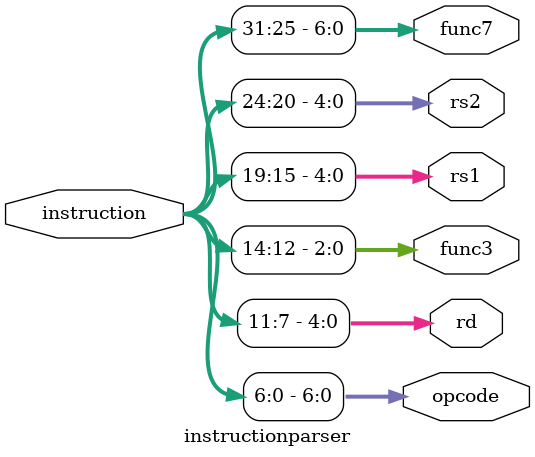
<source format=v>
module instructionparser(
input [31:0] instruction , //32bit instruction
output [6:0] opcode, // 7 bitopcode
output [4:0] rd, //5 bit rd
output [2:0] func3, // 3 bitfunc3
output [4:0] rs1, //5 bit rs1
output [4:0] rs2, // 5 bit rs2
output [6:0] func7); //7 bit func7
assign opcode=instruction
[6:0];
assign rd=instruction
[11:7];
assign func3=instruction
[14:12];
assign rs1=instruction
[19:15];
assign rs2=instruction
[24:20];
assign
func7=instruction[31:25];
endmodule

</source>
